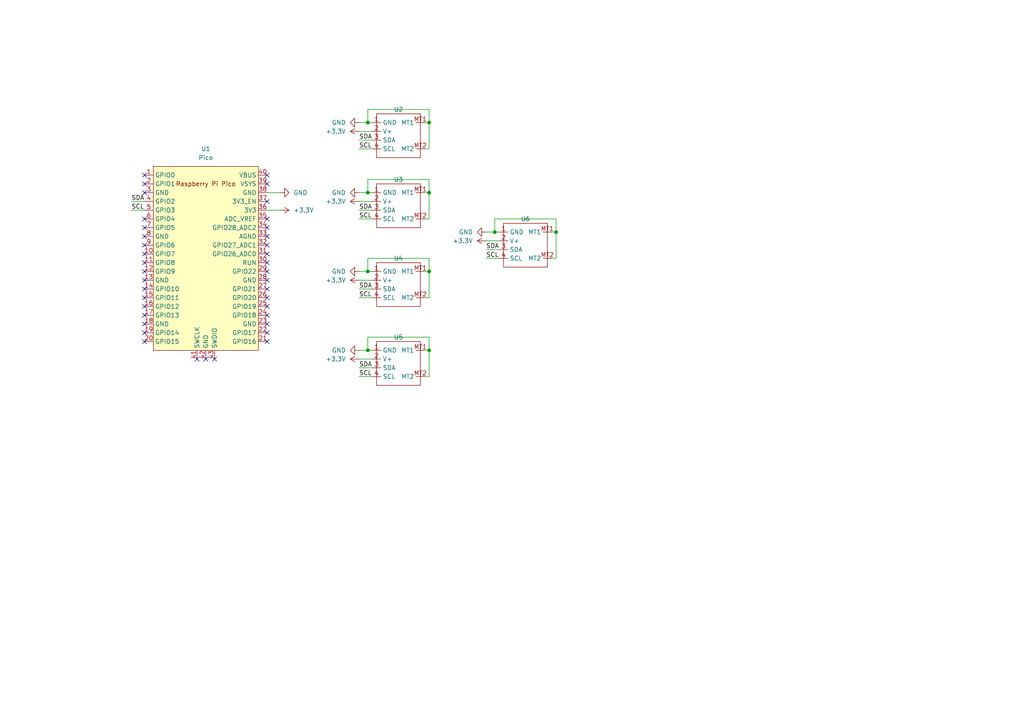
<source format=kicad_sch>
(kicad_sch (version 20230121) (generator eeschema)
  (paper "A4")
  (lib_symbols
    (symbol "Connectors:JST_SH4"
      (property "Reference" "U" (at 0 7.62 0))
      (symbol "JST_SH4_0_1"
        (rectangle (start -6.35 6.35) (end 6.35 -6.35))
      )
      (symbol "JST_SH4_1_1"
        (pin input line (at -7.62 3.81 0) (length 2.54) (name "GND") (number "1"))
        (pin input line (at -7.62 1.27 0) (length 2.54) (name "V+") (number "2"))
        (pin input line (at -7.62 -1.27 0) (length 2.54) (name "SDA") (number "3"))
        (pin input line (at -7.62 -3.81 0) (length 2.54) (name "SCL") (number "4"))
        (pin input line (at 7.62 3.81 180) (length 2.54) (name "MT1") (number "MT1"))
        (pin input line (at 7.62 -3.81 180) (length 2.54) (name "MT2") (number "MT2"))
      )
    )
    (symbol "MCU_RaspberryPi_and_Boards:Pico"
      (property "Reference" "U" (at -13.97 27.94 0))
      (property "Value" "Pico" (at 0 19.05 0))
      (symbol "Pico_0_0"
        (text "Raspberry Pi Pico" (at 0 21.59 0) (effects (font (size 1.27 1.27))))
      )
      (symbol "Pico_0_1"
        (rectangle (start -15.24 26.67) (end 15.24 -26.67) (fill (type background)))
      )
      (symbol "Pico_1_1"
        (pin bidirectional line (at -17.78 24.13 0) (length 2.54) (name "GPIO0") (number "1"))
        (pin bidirectional line (at -17.78 1.27 0) (length 2.54) (name "GPIO7") (number "10"))
        (pin bidirectional line (at -17.78 -1.27 0) (length 2.54) (name "GPIO8") (number "11"))
        (pin bidirectional line (at -17.78 -3.81 0) (length 2.54) (name "GPIO9") (number "12"))
        (pin power_in line (at -17.78 -6.35 0) (length 2.54) (name "GND") (number "13"))
        (pin bidirectional line (at -17.78 -8.89 0) (length 2.54) (name "GPIO10") (number "14"))
        (pin bidirectional line (at -17.78 -11.43 0) (length 2.54) (name "GPIO11") (number "15"))
        (pin bidirectional line (at -17.78 -13.97 0) (length 2.54) (name "GPIO12") (number "16"))
        (pin bidirectional line (at -17.78 -16.51 0) (length 2.54) (name "GPIO13") (number "17"))
        (pin power_in line (at -17.78 -19.05 0) (length 2.54) (name "GND") (number "18"))
        (pin bidirectional line (at -17.78 -21.59 0) (length 2.54) (name "GPIO14") (number "19"))
        (pin bidirectional line (at -17.78 21.59 0) (length 2.54) (name "GPIO1") (number "2"))
        (pin bidirectional line (at -17.78 -24.13 0) (length 2.54) (name "GPIO15") (number "20"))
        (pin bidirectional line (at 17.78 -24.13 180) (length 2.54) (name "GPIO16") (number "21"))
        (pin bidirectional line (at 17.78 -21.59 180) (length 2.54) (name "GPIO17") (number "22"))
        (pin power_in line (at 17.78 -19.05 180) (length 2.54) (name "GND") (number "23"))
        (pin bidirectional line (at 17.78 -16.51 180) (length 2.54) (name "GPIO18") (number "24"))
        (pin bidirectional line (at 17.78 -13.97 180) (length 2.54) (name "GPIO19") (number "25"))
        (pin bidirectional line (at 17.78 -11.43 180) (length 2.54) (name "GPIO20") (number "26"))
        (pin bidirectional line (at 17.78 -8.89 180) (length 2.54) (name "GPIO21") (number "27"))
        (pin power_in line (at 17.78 -6.35 180) (length 2.54) (name "GND") (number "28"))
        (pin bidirectional line (at 17.78 -3.81 180) (length 2.54) (name "GPIO22") (number "29"))
        (pin power_in line (at -17.78 19.05 0) (length 2.54) (name "GND") (number "3"))
        (pin input line (at 17.78 -1.27 180) (length 2.54) (name "RUN") (number "30"))
        (pin bidirectional line (at 17.78 1.27 180) (length 2.54) (name "GPIO26_ADC0") (number "31"))
        (pin bidirectional line (at 17.78 3.81 180) (length 2.54) (name "GPIO27_ADC1") (number "32"))
        (pin power_in line (at 17.78 6.35 180) (length 2.54) (name "AGND") (number "33"))
        (pin bidirectional line (at 17.78 8.89 180) (length 2.54) (name "GPIO28_ADC2") (number "34"))
        (pin power_in line (at 17.78 11.43 180) (length 2.54) (name "ADC_VREF") (number "35"))
        (pin power_in line (at 17.78 13.97 180) (length 2.54) (name "3V3") (number "36"))
        (pin input line (at 17.78 16.51 180) (length 2.54) (name "3V3_EN") (number "37"))
        (pin bidirectional line (at 17.78 19.05 180) (length 2.54) (name "GND") (number "38"))
        (pin power_in line (at 17.78 21.59 180) (length 2.54) (name "VSYS") (number "39"))
        (pin bidirectional line (at -17.78 16.51 0) (length 2.54) (name "GPIO2") (number "4"))
        (pin power_in line (at 17.78 24.13 180) (length 2.54) (name "VBUS") (number "40"))
        (pin input line (at -2.54 -29.21 90) (length 2.54) (name "SWCLK") (number "41"))
        (pin power_in line (at 0 -29.21 90) (length 2.54) (name "GND") (number "42"))
        (pin bidirectional line (at 2.54 -29.21 90) (length 2.54) (name "SWDIO") (number "43"))
        (pin bidirectional line (at -17.78 13.97 0) (length 2.54) (name "GPIO3") (number "5"))
        (pin bidirectional line (at -17.78 11.43 0) (length 2.54) (name "GPIO4") (number "6"))
        (pin bidirectional line (at -17.78 8.89 0) (length 2.54) (name "GPIO5") (number "7"))
        (pin power_in line (at -17.78 6.35 0) (length 2.54) (name "GND") (number "8"))
        (pin bidirectional line (at -17.78 3.81 0) (length 2.54) (name "GPIO6") (number "9"))
      )
    )
    (symbol "power:+3.3V" (power) (pin_names (offset 0))
      (property "Value" "+3.3V" (at 0 3.556 0))
      (symbol "+3.3V_0_1"
        (polyline (pts (xy -0.762 1.27) (xy 0 2.54)))
        (polyline (pts (xy 0 0) (xy 0 2.54)))
        (polyline (pts (xy 0 2.54) (xy 0.762 1.27)))
      )
      (symbol "+3.3V_1_1"
        (pin power_in line (at 0 0 90) (length 0) hide (name "+3.3V") (number "1"))
      )
    )
    (symbol "power:GND" (power) (pin_names (offset 0))
      (property "Value" "GND" (at 0 -3.81 0))
      (symbol "GND_0_1"
        (polyline (pts (xy 0 0) (xy 0 -1.27) (xy 1.27 -1.27) (xy 0 -2.54) (xy -1.27 -1.27) (xy 0 -1.27)))
      )
      (symbol "GND_1_1"
        (pin power_in line (at 0 0 270) (length 0) hide (name "GND") (number "1"))
      )
    )
  )
  (junction (at 106.68 78.74))
  (junction (at 143.51 67.31))
  (junction (at 161.29 67.31))
  (junction (at 124.46 35.56))
  (junction (at 106.68 35.56))
  (junction (at 124.46 78.74))
  (junction (at 106.68 101.6))
  (junction (at 106.68 55.88))
  (junction (at 124.46 55.88))
  (junction (at 124.46 101.6))
  (no_connect (at 41.91 53.34))
  (no_connect (at 77.47 78.74))
  (no_connect (at 41.91 78.74))
  (no_connect (at 59.69 104.14))
  (no_connect (at 77.47 99.06))
  (no_connect (at 41.91 73.66))
  (no_connect (at 41.91 66.04))
  (no_connect (at 62.23 104.14))
  (no_connect (at 41.91 91.44))
  (no_connect (at 77.47 73.66))
  (no_connect (at 77.47 53.34))
  (no_connect (at 77.47 86.36))
  (no_connect (at 77.47 68.58))
  (no_connect (at 41.91 50.8))
  (no_connect (at 77.47 63.5))
  (no_connect (at 77.47 50.8))
  (no_connect (at 77.47 66.04))
  (no_connect (at 41.91 71.12))
  (no_connect (at 77.47 91.44))
  (no_connect (at 57.15 104.14))
  (no_connect (at 77.47 81.28))
  (no_connect (at 77.47 83.82))
  (no_connect (at 41.91 63.5))
  (no_connect (at 41.91 81.28))
  (no_connect (at 77.47 96.52))
  (no_connect (at 41.91 99.06))
  (no_connect (at 41.91 96.52))
  (no_connect (at 41.91 88.9))
  (no_connect (at 41.91 83.82))
  (no_connect (at 77.47 76.2))
  (no_connect (at 41.91 68.58))
  (no_connect (at 41.91 55.88))
  (no_connect (at 41.91 76.2))
  (no_connect (at 77.47 58.42))
  (no_connect (at 77.47 71.12))
  (no_connect (at 77.47 88.9))
  (no_connect (at 41.91 93.98))
  (no_connect (at 41.91 86.36))
  (no_connect (at 77.47 93.98))
  (wire (pts (xy 124.46 52.07) (xy 124.46 55.88)))
  (wire (pts (xy 143.51 67.31) (xy 143.51 63.5)))
  (wire (pts (xy 124.46 97.79) (xy 106.68 97.79)))
  (wire (pts (xy 124.46 35.56) (xy 124.46 31.75)))
  (wire (pts (xy 124.46 78.74) (xy 124.46 74.93)))
  (wire (pts (xy 143.51 67.31) (xy 144.78 67.31)))
  (wire (pts (xy 124.46 86.36) (xy 124.46 78.74)))
  (wire (pts (xy 106.68 101.6) (xy 107.95 101.6)))
  (wire (pts (xy 104.14 104.14) (xy 107.95 104.14)))
  (wire (pts (xy 104.14 78.74) (xy 106.68 78.74)))
  (wire (pts (xy 104.14 109.22) (xy 107.95 109.22)))
  (wire (pts (xy 140.97 72.39) (xy 144.78 72.39)))
  (wire (pts (xy 104.14 40.64) (xy 107.95 40.64)))
  (wire (pts (xy 140.97 74.93) (xy 144.78 74.93)))
  (wire (pts (xy 104.14 35.56) (xy 106.68 35.56)))
  (wire (pts (xy 106.68 55.88) (xy 107.95 55.88)))
  (wire (pts (xy 123.19 55.88) (xy 124.46 55.88)))
  (wire (pts (xy 106.68 74.93) (xy 106.68 78.74)))
  (wire (pts (xy 124.46 101.6) (xy 124.46 97.79)))
  (wire (pts (xy 104.14 101.6) (xy 106.68 101.6)))
  (wire (pts (xy 104.14 38.1) (xy 107.95 38.1)))
  (wire (pts (xy 106.68 35.56) (xy 107.95 35.56)))
  (wire (pts (xy 124.46 63.5) (xy 123.19 63.5)))
  (wire (pts (xy 124.46 31.75) (xy 106.68 31.75)))
  (wire (pts (xy 104.14 81.28) (xy 107.95 81.28)))
  (wire (pts (xy 104.14 63.5) (xy 107.95 63.5)))
  (wire (pts (xy 123.19 43.18) (xy 124.46 43.18)))
  (wire (pts (xy 104.14 58.42) (xy 107.95 58.42)))
  (wire (pts (xy 77.47 60.96) (xy 81.28 60.96)))
  (wire (pts (xy 104.14 43.18) (xy 107.95 43.18)))
  (wire (pts (xy 161.29 74.93) (xy 160.02 74.93)))
  (wire (pts (xy 123.19 109.22) (xy 124.46 109.22)))
  (wire (pts (xy 38.1 60.96) (xy 41.91 60.96)))
  (wire (pts (xy 104.14 83.82) (xy 107.95 83.82)))
  (wire (pts (xy 123.19 101.6) (xy 124.46 101.6)))
  (wire (pts (xy 104.14 106.68) (xy 107.95 106.68)))
  (wire (pts (xy 123.19 35.56) (xy 124.46 35.56)))
  (wire (pts (xy 161.29 67.31) (xy 161.29 74.93)))
  (wire (pts (xy 124.46 74.93) (xy 106.68 74.93)))
  (wire (pts (xy 104.14 86.36) (xy 107.95 86.36)))
  (wire (pts (xy 104.14 60.96) (xy 107.95 60.96)))
  (wire (pts (xy 140.97 67.31) (xy 143.51 67.31)))
  (wire (pts (xy 161.29 63.5) (xy 161.29 67.31)))
  (wire (pts (xy 123.19 86.36) (xy 124.46 86.36)))
  (wire (pts (xy 124.46 109.22) (xy 124.46 101.6)))
  (wire (pts (xy 106.68 52.07) (xy 124.46 52.07)))
  (wire (pts (xy 124.46 43.18) (xy 124.46 35.56)))
  (wire (pts (xy 140.97 69.85) (xy 144.78 69.85)))
  (wire (pts (xy 106.68 55.88) (xy 106.68 52.07)))
  (wire (pts (xy 106.68 97.79) (xy 106.68 101.6)))
  (wire (pts (xy 124.46 55.88) (xy 124.46 63.5)))
  (wire (pts (xy 106.68 78.74) (xy 107.95 78.74)))
  (wire (pts (xy 123.19 78.74) (xy 124.46 78.74)))
  (wire (pts (xy 104.14 55.88) (xy 106.68 55.88)))
  (wire (pts (xy 106.68 31.75) (xy 106.68 35.56)))
  (wire (pts (xy 77.47 55.88) (xy 81.28 55.88)))
  (wire (pts (xy 160.02 67.31) (xy 161.29 67.31)))
  (wire (pts (xy 143.51 63.5) (xy 161.29 63.5)))
  (wire (pts (xy 38.1 58.42) (xy 41.91 58.42)))
  (label "SDA" (at 104.14 60.96 0))
  (label "SDA" (at 104.14 83.82 0))
  (label "SDA" (at 140.97 72.39 0))
  (label "SDA" (at 104.14 40.64 0))
  (label "SCL" (at 104.14 63.5 0))
  (label "SDA" (at 38.1 58.42 0))
  (label "SCL" (at 140.97 74.93 0))
  (label "SCL" (at 104.14 43.18 0))
  (label "SDA" (at 104.14 106.68 0))
  (label "SCL" (at 104.14 109.22 0))
  (label "SCL" (at 104.14 86.36 0))
  (label "SCL" (at 38.1 60.96 0))
  (symbol (lib_id "Connectors:JST_SH4") (at 115.57 39.37 0) (unit 1)
    (property "Reference" "U2" (at 115.57 31.75 0))
    (property "Value" "~" (at 115.57 31.75 0))
    (property "Footprint" "Connectors:JST_SH4" (effects hide))
  )
  (symbol (lib_id "power:GND") (at 140.97 67.31 270) (unit 1)
    (property "Reference" "#PWR05" (effects hide))
    (property "Value" "GND" (at 137.16 67.3099 90) (effects (justify right)))
  )
  (symbol (lib_id "Connectors:JST_SH4") (at 115.57 105.41 0) (unit 1)
    (property "Reference" "U5" (at 115.57 97.79 0))
    (property "Value" "~" (at 115.57 97.79 0))
    (property "Footprint" "Connectors:JST_SH4" (effects hide))
  )
  (symbol (lib_id "power:GND") (at 81.28 55.88 90) (unit 1)
    (property "Reference" "#PWR0105" (effects hide))
    (property "Value" "GND" (at 85.09 55.8799 90) (effects (justify right)))
  )
  (symbol (lib_id "Connectors:JST_SH4") (at 152.4 71.12 0) (unit 1)
    (property "Reference" "U6" (at 152.4 63.5 0))
    (property "Value" "~" (at 152.4 63.5 0))
    (property "Footprint" "Connectors:JST_SH4" (effects hide))
  )
  (symbol (lib_id "power:+3.3V") (at 104.14 38.1 90) (unit 1)
    (property "Reference" "#PWR0101" (effects hide))
    (property "Value" "+3.3V" (at 100.33 38.0999 90) (effects (justify left)))
  )
  (symbol (lib_id "MCU_RaspberryPi_and_Boards:Pico") (at 59.69 74.93 0) (unit 1)
    (property "Reference" "U1" (at 59.69 43.18 0))
    (property "Value" "Pico" (at 59.69 45.72 0))
    (property "Footprint" "MCU_RaspberryPi_and_Boards:RPi_Pico_SMD_TH" (effects hide))
  )
  (symbol (lib_id "power:+3.3V") (at 104.14 58.42 90) (unit 1)
    (property "Reference" "#PWR0104" (effects hide))
    (property "Value" "+3.3V" (at 100.33 58.4199 90) (effects (justify left)))
  )
  (symbol (lib_id "power:GND") (at 104.14 35.56 270) (unit 1)
    (property "Reference" "#PWR0103" (effects hide))
    (property "Value" "GND" (at 100.33 35.5599 90) (effects (justify right)))
  )
  (symbol (lib_id "power:GND") (at 104.14 101.6 270) (unit 1)
    (property "Reference" "#PWR03" (effects hide))
    (property "Value" "GND" (at 100.33 101.5999 90) (effects (justify right)))
  )
  (symbol (lib_id "Connectors:JST_SH4") (at 115.57 59.69 0) (unit 1)
    (property "Reference" "U3" (at 115.57 52.07 0))
    (property "Value" "~" (at 115.57 52.07 0))
    (property "Footprint" "Connectors:JST_SH4" (effects hide))
  )
  (symbol (lib_id "Connectors:JST_SH4") (at 115.57 82.55 0) (unit 1)
    (property "Reference" "U4" (at 115.57 74.93 0))
    (property "Value" "~" (at 115.57 74.93 0))
    (property "Footprint" "Connectors:JST_SH4" (effects hide))
  )
  (symbol (lib_id "power:GND") (at 104.14 55.88 270) (unit 1)
    (property "Reference" "#PWR0102" (effects hide))
    (property "Value" "GND" (at 100.33 55.8799 90) (effects (justify right)))
  )
  (symbol (lib_id "power:+3.3V") (at 104.14 81.28 90) (unit 1)
    (property "Reference" "#PWR02" (effects hide))
    (property "Value" "+3.3V" (at 100.33 81.2799 90) (effects (justify left)))
  )
  (symbol (lib_id "power:+3.3V") (at 81.28 60.96 270) (unit 1)
    (property "Reference" "#PWR0106" (effects hide))
    (property "Value" "+3.3V" (at 85.09 60.9599 90) (effects (justify left)))
  )
  (symbol (lib_id "power:+3.3V") (at 140.97 69.85 90) (unit 1)
    (property "Reference" "#PWR06" (effects hide))
    (property "Value" "+3.3V" (at 137.16 69.8499 90) (effects (justify left)))
  )
  (symbol (lib_id "power:+3.3V") (at 104.14 104.14 90) (unit 1)
    (property "Reference" "#PWR04" (effects hide))
    (property "Value" "+3.3V" (at 100.33 104.1399 90) (effects (justify left)))
  )
  (symbol (lib_id "power:GND") (at 104.14 78.74 270) (unit 1)
    (property "Reference" "#PWR01" (effects hide))
    (property "Value" "GND" (at 100.33 78.7399 90) (effects (justify right)))
  )
)
</source>
